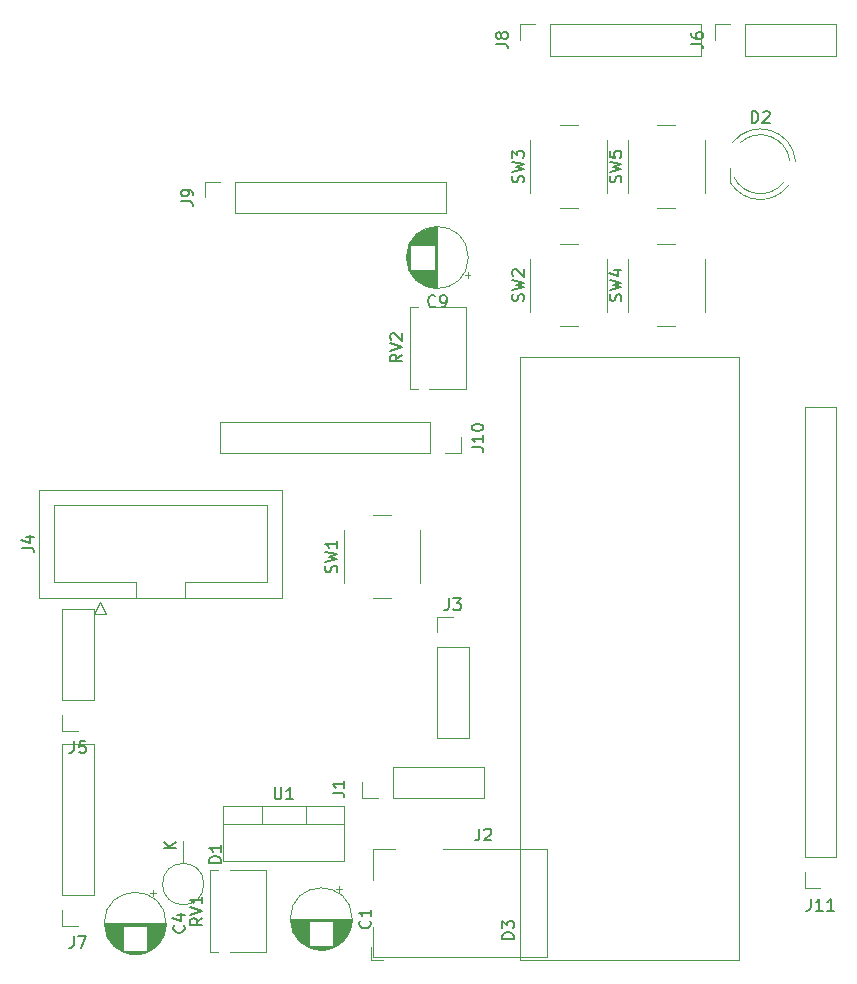
<source format=gbr>
%TF.GenerationSoftware,KiCad,Pcbnew,(6.0.7)*%
%TF.CreationDate,2022-08-22T18:42:59+08:00*%
%TF.ProjectId,TurnsCounter,5475726e-7343-46f7-956e-7465722e6b69,rev?*%
%TF.SameCoordinates,PX8d707f0PY7735940*%
%TF.FileFunction,Legend,Top*%
%TF.FilePolarity,Positive*%
%FSLAX46Y46*%
G04 Gerber Fmt 4.6, Leading zero omitted, Abs format (unit mm)*
G04 Created by KiCad (PCBNEW (6.0.7)) date 2022-08-22 18:42:59*
%MOMM*%
%LPD*%
G01*
G04 APERTURE LIST*
%ADD10C,0.150000*%
%ADD11C,0.120000*%
G04 APERTURE END LIST*
D10*
%TO.C,J10*%
X37147380Y43640477D02*
X37861666Y43640477D01*
X38004523Y43592858D01*
X38099761Y43497620D01*
X38147380Y43354762D01*
X38147380Y43259524D01*
X38147380Y44640477D02*
X38147380Y44069048D01*
X38147380Y44354762D02*
X37147380Y44354762D01*
X37290238Y44259524D01*
X37385476Y44164286D01*
X37433095Y44069048D01*
X37147380Y45259524D02*
X37147380Y45354762D01*
X37195000Y45450000D01*
X37242619Y45497620D01*
X37337857Y45545239D01*
X37528333Y45592858D01*
X37766428Y45592858D01*
X37956904Y45545239D01*
X38052142Y45497620D01*
X38099761Y45450000D01*
X38147380Y45354762D01*
X38147380Y45259524D01*
X38099761Y45164286D01*
X38052142Y45116667D01*
X37956904Y45069048D01*
X37766428Y45021429D01*
X37528333Y45021429D01*
X37337857Y45069048D01*
X37242619Y45116667D01*
X37195000Y45164286D01*
X37147380Y45259524D01*
%TO.C,J9*%
X12557380Y64436667D02*
X13271666Y64436667D01*
X13414523Y64389048D01*
X13509761Y64293810D01*
X13557380Y64150953D01*
X13557380Y64055715D01*
X13557380Y64960477D02*
X13557380Y65150953D01*
X13509761Y65246191D01*
X13462142Y65293810D01*
X13319285Y65389048D01*
X13128809Y65436667D01*
X12747857Y65436667D01*
X12652619Y65389048D01*
X12605000Y65341429D01*
X12557380Y65246191D01*
X12557380Y65055715D01*
X12605000Y64960477D01*
X12652619Y64912858D01*
X12747857Y64865239D01*
X12985952Y64865239D01*
X13081190Y64912858D01*
X13128809Y64960477D01*
X13176428Y65055715D01*
X13176428Y65246191D01*
X13128809Y65341429D01*
X13081190Y65389048D01*
X12985952Y65436667D01*
%TO.C,C9*%
X34078445Y55582858D02*
X34030826Y55535239D01*
X33887969Y55487620D01*
X33792731Y55487620D01*
X33649873Y55535239D01*
X33554635Y55630477D01*
X33507016Y55725715D01*
X33459397Y55916191D01*
X33459397Y56059048D01*
X33507016Y56249524D01*
X33554635Y56344762D01*
X33649873Y56440000D01*
X33792731Y56487620D01*
X33887969Y56487620D01*
X34030826Y56440000D01*
X34078445Y56392381D01*
X34554635Y55487620D02*
X34745112Y55487620D01*
X34840350Y55535239D01*
X34887969Y55582858D01*
X34983207Y55725715D01*
X35030826Y55916191D01*
X35030826Y56297143D01*
X34983207Y56392381D01*
X34935588Y56440000D01*
X34840350Y56487620D01*
X34649873Y56487620D01*
X34554635Y56440000D01*
X34507016Y56392381D01*
X34459397Y56297143D01*
X34459397Y56059048D01*
X34507016Y55963810D01*
X34554635Y55916191D01*
X34649873Y55868572D01*
X34840350Y55868572D01*
X34935588Y55916191D01*
X34983207Y55963810D01*
X35030826Y56059048D01*
%TO.C,J8*%
X39227380Y77771667D02*
X39941666Y77771667D01*
X40084523Y77724048D01*
X40179761Y77628810D01*
X40227380Y77485953D01*
X40227380Y77390715D01*
X39655952Y78390715D02*
X39608333Y78295477D01*
X39560714Y78247858D01*
X39465476Y78200239D01*
X39417857Y78200239D01*
X39322619Y78247858D01*
X39275000Y78295477D01*
X39227380Y78390715D01*
X39227380Y78581191D01*
X39275000Y78676429D01*
X39322619Y78724048D01*
X39417857Y78771667D01*
X39465476Y78771667D01*
X39560714Y78724048D01*
X39608333Y78676429D01*
X39655952Y78581191D01*
X39655952Y78390715D01*
X39703571Y78295477D01*
X39751190Y78247858D01*
X39846428Y78200239D01*
X40036904Y78200239D01*
X40132142Y78247858D01*
X40179761Y78295477D01*
X40227380Y78390715D01*
X40227380Y78581191D01*
X40179761Y78676429D01*
X40132142Y78724048D01*
X40036904Y78771667D01*
X39846428Y78771667D01*
X39751190Y78724048D01*
X39703571Y78676429D01*
X39655952Y78581191D01*
%TO.C,J1*%
X25374880Y14361667D02*
X26089166Y14361667D01*
X26232023Y14314048D01*
X26327261Y14218810D01*
X26374880Y14075953D01*
X26374880Y13980715D01*
X26374880Y15361667D02*
X26374880Y14790239D01*
X26374880Y15075953D02*
X25374880Y15075953D01*
X25517738Y14980715D01*
X25612976Y14885477D01*
X25660595Y14790239D01*
%TO.C,SW5*%
X49784761Y66051667D02*
X49832380Y66194524D01*
X49832380Y66432620D01*
X49784761Y66527858D01*
X49737142Y66575477D01*
X49641904Y66623096D01*
X49546666Y66623096D01*
X49451428Y66575477D01*
X49403809Y66527858D01*
X49356190Y66432620D01*
X49308571Y66242143D01*
X49260952Y66146905D01*
X49213333Y66099286D01*
X49118095Y66051667D01*
X49022857Y66051667D01*
X48927619Y66099286D01*
X48880000Y66146905D01*
X48832380Y66242143D01*
X48832380Y66480239D01*
X48880000Y66623096D01*
X48832380Y66956429D02*
X49832380Y67194524D01*
X49118095Y67385000D01*
X49832380Y67575477D01*
X48832380Y67813572D01*
X48832380Y68670715D02*
X48832380Y68194524D01*
X49308571Y68146905D01*
X49260952Y68194524D01*
X49213333Y68289762D01*
X49213333Y68527858D01*
X49260952Y68623096D01*
X49308571Y68670715D01*
X49403809Y68718334D01*
X49641904Y68718334D01*
X49737142Y68670715D01*
X49784761Y68623096D01*
X49832380Y68527858D01*
X49832380Y68289762D01*
X49784761Y68194524D01*
X49737142Y68146905D01*
%TO.C,J4*%
X-932620Y35109167D02*
X-218334Y35109167D01*
X-75477Y35061548D01*
X19761Y34966310D01*
X67380Y34823453D01*
X67380Y34728215D01*
X-599286Y36013929D02*
X67380Y36013929D01*
X-980239Y35775834D02*
X-265953Y35537739D01*
X-265953Y36156786D01*
%TO.C,J2*%
X37806666Y11340120D02*
X37806666Y10625834D01*
X37759047Y10482977D01*
X37663809Y10387739D01*
X37520952Y10340120D01*
X37425714Y10340120D01*
X38235238Y11244881D02*
X38282857Y11292500D01*
X38378095Y11340120D01*
X38616190Y11340120D01*
X38711428Y11292500D01*
X38759047Y11244881D01*
X38806666Y11149643D01*
X38806666Y11054405D01*
X38759047Y10911548D01*
X38187619Y10340120D01*
X38806666Y10340120D01*
%TO.C,C1*%
X28517142Y3528334D02*
X28564761Y3480715D01*
X28612380Y3337858D01*
X28612380Y3242620D01*
X28564761Y3099762D01*
X28469523Y3004524D01*
X28374285Y2956905D01*
X28183809Y2909286D01*
X28040952Y2909286D01*
X27850476Y2956905D01*
X27755238Y3004524D01*
X27660000Y3099762D01*
X27612380Y3242620D01*
X27612380Y3337858D01*
X27660000Y3480715D01*
X27707619Y3528334D01*
X28612380Y4480715D02*
X28612380Y3909286D01*
X28612380Y4195000D02*
X27612380Y4195000D01*
X27755238Y4099762D01*
X27850476Y4004524D01*
X27898095Y3909286D01*
%TO.C,J5*%
X3476666Y18732620D02*
X3476666Y18018334D01*
X3429047Y17875477D01*
X3333809Y17780239D01*
X3190952Y17732620D01*
X3095714Y17732620D01*
X4429047Y18732620D02*
X3952857Y18732620D01*
X3905238Y18256429D01*
X3952857Y18304048D01*
X4048095Y18351667D01*
X4286190Y18351667D01*
X4381428Y18304048D01*
X4429047Y18256429D01*
X4476666Y18161191D01*
X4476666Y17923096D01*
X4429047Y17827858D01*
X4381428Y17780239D01*
X4286190Y17732620D01*
X4048095Y17732620D01*
X3952857Y17780239D01*
X3905238Y17827858D01*
%TO.C,C4*%
X12769142Y3147334D02*
X12816761Y3099715D01*
X12864380Y2956858D01*
X12864380Y2861620D01*
X12816761Y2718762D01*
X12721523Y2623524D01*
X12626285Y2575905D01*
X12435809Y2528286D01*
X12292952Y2528286D01*
X12102476Y2575905D01*
X12007238Y2623524D01*
X11912000Y2718762D01*
X11864380Y2861620D01*
X11864380Y2956858D01*
X11912000Y3099715D01*
X11959619Y3147334D01*
X12197714Y4004477D02*
X12864380Y4004477D01*
X11816761Y3766381D02*
X12531047Y3528286D01*
X12531047Y4147334D01*
%TO.C,D3*%
X40737380Y1981905D02*
X39737380Y1981905D01*
X39737380Y2220000D01*
X39785000Y2362858D01*
X39880238Y2458096D01*
X39975476Y2505715D01*
X40165952Y2553334D01*
X40308809Y2553334D01*
X40499285Y2505715D01*
X40594523Y2458096D01*
X40689761Y2362858D01*
X40737380Y2220000D01*
X40737380Y1981905D01*
X39737380Y2886667D02*
X39737380Y3505715D01*
X40118333Y3172381D01*
X40118333Y3315239D01*
X40165952Y3410477D01*
X40213571Y3458096D01*
X40308809Y3505715D01*
X40546904Y3505715D01*
X40642142Y3458096D01*
X40689761Y3410477D01*
X40737380Y3315239D01*
X40737380Y3029524D01*
X40689761Y2934286D01*
X40642142Y2886667D01*
%TO.C,RV1*%
X14337380Y3754762D02*
X13861190Y3421429D01*
X14337380Y3183334D02*
X13337380Y3183334D01*
X13337380Y3564286D01*
X13385000Y3659524D01*
X13432619Y3707143D01*
X13527857Y3754762D01*
X13670714Y3754762D01*
X13765952Y3707143D01*
X13813571Y3659524D01*
X13861190Y3564286D01*
X13861190Y3183334D01*
X13337380Y4040477D02*
X14337380Y4373810D01*
X13337380Y4707143D01*
X14337380Y5564286D02*
X14337380Y4992858D01*
X14337380Y5278572D02*
X13337380Y5278572D01*
X13480238Y5183334D01*
X13575476Y5088096D01*
X13623095Y4992858D01*
%TO.C,J11*%
X65865476Y5397620D02*
X65865476Y4683334D01*
X65817857Y4540477D01*
X65722619Y4445239D01*
X65579761Y4397620D01*
X65484523Y4397620D01*
X66865476Y4397620D02*
X66294047Y4397620D01*
X66579761Y4397620D02*
X66579761Y5397620D01*
X66484523Y5254762D01*
X66389285Y5159524D01*
X66294047Y5111905D01*
X67817857Y4397620D02*
X67246428Y4397620D01*
X67532142Y4397620D02*
X67532142Y5397620D01*
X67436904Y5254762D01*
X67341666Y5159524D01*
X67246428Y5111905D01*
%TO.C,J7*%
X3476666Y2222620D02*
X3476666Y1508334D01*
X3429047Y1365477D01*
X3333809Y1270239D01*
X3190952Y1222620D01*
X3095714Y1222620D01*
X3857619Y2222620D02*
X4524285Y2222620D01*
X4095714Y1222620D01*
%TO.C,D1*%
X15929015Y8437905D02*
X14929015Y8437905D01*
X14929015Y8676000D01*
X14976635Y8818858D01*
X15071873Y8914096D01*
X15167111Y8961715D01*
X15357587Y9009334D01*
X15500444Y9009334D01*
X15690920Y8961715D01*
X15786158Y8914096D01*
X15881396Y8818858D01*
X15929015Y8676000D01*
X15929015Y8437905D01*
X15929015Y9961715D02*
X15929015Y9390286D01*
X15929015Y9676000D02*
X14929015Y9676000D01*
X15071873Y9580762D01*
X15167111Y9485524D01*
X15214730Y9390286D01*
X12078380Y9654096D02*
X11078380Y9654096D01*
X12078380Y10225524D02*
X11506952Y9796953D01*
X11078380Y10225524D02*
X11649809Y9654096D01*
%TO.C,D2*%
X60859904Y71094620D02*
X60859904Y72094620D01*
X61098000Y72094620D01*
X61240857Y72047000D01*
X61336095Y71951762D01*
X61383714Y71856524D01*
X61431333Y71666048D01*
X61431333Y71523191D01*
X61383714Y71332715D01*
X61336095Y71237477D01*
X61240857Y71142239D01*
X61098000Y71094620D01*
X60859904Y71094620D01*
X61812285Y71999381D02*
X61859904Y72047000D01*
X61955142Y72094620D01*
X62193238Y72094620D01*
X62288476Y72047000D01*
X62336095Y71999381D01*
X62383714Y71904143D01*
X62383714Y71808905D01*
X62336095Y71666048D01*
X61764666Y71094620D01*
X62383714Y71094620D01*
%TO.C,SW3*%
X41529761Y66051667D02*
X41577380Y66194524D01*
X41577380Y66432620D01*
X41529761Y66527858D01*
X41482142Y66575477D01*
X41386904Y66623096D01*
X41291666Y66623096D01*
X41196428Y66575477D01*
X41148809Y66527858D01*
X41101190Y66432620D01*
X41053571Y66242143D01*
X41005952Y66146905D01*
X40958333Y66099286D01*
X40863095Y66051667D01*
X40767857Y66051667D01*
X40672619Y66099286D01*
X40625000Y66146905D01*
X40577380Y66242143D01*
X40577380Y66480239D01*
X40625000Y66623096D01*
X40577380Y66956429D02*
X41577380Y67194524D01*
X40863095Y67385000D01*
X41577380Y67575477D01*
X40577380Y67813572D01*
X40577380Y68099286D02*
X40577380Y68718334D01*
X40958333Y68385000D01*
X40958333Y68527858D01*
X41005952Y68623096D01*
X41053571Y68670715D01*
X41148809Y68718334D01*
X41386904Y68718334D01*
X41482142Y68670715D01*
X41529761Y68623096D01*
X41577380Y68527858D01*
X41577380Y68242143D01*
X41529761Y68146905D01*
X41482142Y68099286D01*
%TO.C,SW4*%
X49784761Y56016667D02*
X49832380Y56159524D01*
X49832380Y56397620D01*
X49784761Y56492858D01*
X49737142Y56540477D01*
X49641904Y56588096D01*
X49546666Y56588096D01*
X49451428Y56540477D01*
X49403809Y56492858D01*
X49356190Y56397620D01*
X49308571Y56207143D01*
X49260952Y56111905D01*
X49213333Y56064286D01*
X49118095Y56016667D01*
X49022857Y56016667D01*
X48927619Y56064286D01*
X48880000Y56111905D01*
X48832380Y56207143D01*
X48832380Y56445239D01*
X48880000Y56588096D01*
X48832380Y56921429D02*
X49832380Y57159524D01*
X49118095Y57350000D01*
X49832380Y57540477D01*
X48832380Y57778572D01*
X49165714Y58588096D02*
X49832380Y58588096D01*
X48784761Y58350000D02*
X49499047Y58111905D01*
X49499047Y58730953D01*
%TO.C,SW2*%
X41529761Y56016667D02*
X41577380Y56159524D01*
X41577380Y56397620D01*
X41529761Y56492858D01*
X41482142Y56540477D01*
X41386904Y56588096D01*
X41291666Y56588096D01*
X41196428Y56540477D01*
X41148809Y56492858D01*
X41101190Y56397620D01*
X41053571Y56207143D01*
X41005952Y56111905D01*
X40958333Y56064286D01*
X40863095Y56016667D01*
X40767857Y56016667D01*
X40672619Y56064286D01*
X40625000Y56111905D01*
X40577380Y56207143D01*
X40577380Y56445239D01*
X40625000Y56588096D01*
X40577380Y56921429D02*
X41577380Y57159524D01*
X40863095Y57350000D01*
X41577380Y57540477D01*
X40577380Y57778572D01*
X40672619Y58111905D02*
X40625000Y58159524D01*
X40577380Y58254762D01*
X40577380Y58492858D01*
X40625000Y58588096D01*
X40672619Y58635715D01*
X40767857Y58683334D01*
X40863095Y58683334D01*
X41005952Y58635715D01*
X41577380Y58064286D01*
X41577380Y58683334D01*
%TO.C,RV2*%
X31247380Y51459762D02*
X30771190Y51126429D01*
X31247380Y50888334D02*
X30247380Y50888334D01*
X30247380Y51269286D01*
X30295000Y51364524D01*
X30342619Y51412143D01*
X30437857Y51459762D01*
X30580714Y51459762D01*
X30675952Y51412143D01*
X30723571Y51364524D01*
X30771190Y51269286D01*
X30771190Y50888334D01*
X30247380Y51745477D02*
X31247380Y52078810D01*
X30247380Y52412143D01*
X30342619Y52697858D02*
X30295000Y52745477D01*
X30247380Y52840715D01*
X30247380Y53078810D01*
X30295000Y53174048D01*
X30342619Y53221667D01*
X30437857Y53269286D01*
X30533095Y53269286D01*
X30675952Y53221667D01*
X31247380Y52650239D01*
X31247380Y53269286D01*
%TO.C,J6*%
X55737380Y77771667D02*
X56451666Y77771667D01*
X56594523Y77724048D01*
X56689761Y77628810D01*
X56737380Y77485953D01*
X56737380Y77390715D01*
X55737380Y78676429D02*
X55737380Y78485953D01*
X55785000Y78390715D01*
X55832619Y78343096D01*
X55975476Y78247858D01*
X56165952Y78200239D01*
X56546904Y78200239D01*
X56642142Y78247858D01*
X56689761Y78295477D01*
X56737380Y78390715D01*
X56737380Y78581191D01*
X56689761Y78676429D01*
X56642142Y78724048D01*
X56546904Y78771667D01*
X56308809Y78771667D01*
X56213571Y78724048D01*
X56165952Y78676429D01*
X56118333Y78581191D01*
X56118333Y78390715D01*
X56165952Y78295477D01*
X56213571Y78247858D01*
X56308809Y78200239D01*
%TO.C,SW1*%
X25709761Y33031667D02*
X25757380Y33174524D01*
X25757380Y33412620D01*
X25709761Y33507858D01*
X25662142Y33555477D01*
X25566904Y33603096D01*
X25471666Y33603096D01*
X25376428Y33555477D01*
X25328809Y33507858D01*
X25281190Y33412620D01*
X25233571Y33222143D01*
X25185952Y33126905D01*
X25138333Y33079286D01*
X25043095Y33031667D01*
X24947857Y33031667D01*
X24852619Y33079286D01*
X24805000Y33126905D01*
X24757380Y33222143D01*
X24757380Y33460239D01*
X24805000Y33603096D01*
X24757380Y33936429D02*
X25757380Y34174524D01*
X25043095Y34365000D01*
X25757380Y34555477D01*
X24757380Y34793572D01*
X25757380Y35698334D02*
X25757380Y35126905D01*
X25757380Y35412620D02*
X24757380Y35412620D01*
X24900238Y35317381D01*
X24995476Y35222143D01*
X25043095Y35126905D01*
%TO.C,J3*%
X35226666Y30817620D02*
X35226666Y30103334D01*
X35179047Y29960477D01*
X35083809Y29865239D01*
X34940952Y29817620D01*
X34845714Y29817620D01*
X35607619Y30817620D02*
X36226666Y30817620D01*
X35893333Y30436667D01*
X36036190Y30436667D01*
X36131428Y30389048D01*
X36179047Y30341429D01*
X36226666Y30246191D01*
X36226666Y30008096D01*
X36179047Y29912858D01*
X36131428Y29865239D01*
X36036190Y29817620D01*
X35750476Y29817620D01*
X35655238Y29865239D01*
X35607619Y29912858D01*
%TO.C,U1*%
X20473095Y14817620D02*
X20473095Y14008096D01*
X20520714Y13912858D01*
X20568333Y13865239D01*
X20663571Y13817620D01*
X20854047Y13817620D01*
X20949285Y13865239D01*
X20996904Y13912858D01*
X21044523Y14008096D01*
X21044523Y14817620D01*
X22044523Y13817620D02*
X21473095Y13817620D01*
X21758809Y13817620D02*
X21758809Y14817620D01*
X21663571Y14674762D01*
X21568333Y14579524D01*
X21473095Y14531905D01*
D11*
%TO.C,J10*%
X33655000Y45780000D02*
X15815000Y45780000D01*
X15815000Y45780000D02*
X15815000Y43120000D01*
X33655000Y45780000D02*
X33655000Y43120000D01*
X33655000Y43120000D02*
X15815000Y43120000D01*
X36255000Y43120000D02*
X34925000Y43120000D01*
X36255000Y44450000D02*
X36255000Y43120000D01*
%TO.C,J9*%
X14545000Y66100000D02*
X15875000Y66100000D01*
X14545000Y64770000D02*
X14545000Y66100000D01*
X17145000Y66100000D02*
X34985000Y66100000D01*
X34985000Y63440000D02*
X34985000Y66100000D01*
X17145000Y63440000D02*
X17145000Y66100000D01*
X17145000Y63440000D02*
X34985000Y63440000D01*
%TO.C,C9*%
X33965112Y60730000D02*
X33965112Y62255000D01*
X32084112Y58247000D02*
X32084112Y58650000D01*
X32684112Y60730000D02*
X32684112Y61755000D01*
X33484112Y57222000D02*
X33484112Y58650000D01*
X33484112Y60730000D02*
X33484112Y62158000D01*
X31644112Y59406000D02*
X31644112Y59974000D01*
X33004112Y60730000D02*
X33004112Y61958000D01*
X33204112Y60730000D02*
X33204112Y62055000D01*
X33685112Y60730000D02*
X33685112Y62210000D01*
X32244112Y60730000D02*
X32244112Y61343000D01*
X33124112Y60730000D02*
X33124112Y62019000D01*
X32644112Y60730000D02*
X32644112Y61725000D01*
X33044112Y60730000D02*
X33044112Y61980000D01*
X33885112Y57134000D02*
X33885112Y58650000D01*
X32724112Y60730000D02*
X32724112Y61785000D01*
X33725112Y60730000D02*
X33725112Y62218000D01*
X34165112Y57111000D02*
X34165112Y62269000D01*
X33124112Y57361000D02*
X33124112Y58650000D01*
X32484112Y57789000D02*
X32484112Y58650000D01*
X34085112Y57114000D02*
X34085112Y62266000D01*
X32404112Y57864000D02*
X32404112Y58650000D01*
X34125112Y57112000D02*
X34125112Y62268000D01*
X32884112Y57490000D02*
X32884112Y58650000D01*
X33244112Y60730000D02*
X33244112Y62072000D01*
X32284112Y60730000D02*
X32284112Y61389000D01*
X32524112Y60730000D02*
X32524112Y61627000D01*
X33805112Y60730000D02*
X33805112Y62233000D01*
X33284112Y60730000D02*
X33284112Y62088000D01*
X32044112Y58307000D02*
X32044112Y58650000D01*
X32484112Y60730000D02*
X32484112Y61591000D01*
X33404112Y60730000D02*
X33404112Y62132000D01*
X32804112Y57541000D02*
X32804112Y58650000D01*
X34005112Y57121000D02*
X34005112Y58650000D01*
X31884112Y58592000D02*
X31884112Y60788000D01*
X32964112Y60730000D02*
X32964112Y61937000D01*
X33244112Y57308000D02*
X33244112Y58650000D01*
X31964112Y60730000D02*
X31964112Y60941000D01*
X32364112Y57905000D02*
X32364112Y58650000D01*
X32764112Y60730000D02*
X32764112Y61812000D01*
X33725112Y57162000D02*
X33725112Y58650000D01*
X32404112Y60730000D02*
X32404112Y61516000D01*
X32444112Y57826000D02*
X32444112Y58650000D01*
X33925112Y57129000D02*
X33925112Y58650000D01*
X33925112Y60730000D02*
X33925112Y62251000D01*
X33164112Y60730000D02*
X33164112Y62038000D01*
X32164112Y58136000D02*
X32164112Y58650000D01*
X33645112Y57179000D02*
X33645112Y58650000D01*
X32084112Y60730000D02*
X32084112Y61133000D01*
X31844112Y58679000D02*
X31844112Y60701000D01*
X33004112Y57422000D02*
X33004112Y58650000D01*
X32684112Y57625000D02*
X32684112Y58650000D01*
X33044112Y57400000D02*
X33044112Y58650000D01*
X32324112Y60730000D02*
X32324112Y61433000D01*
X32604112Y60730000D02*
X32604112Y61694000D01*
X31684112Y59172000D02*
X31684112Y60208000D01*
X33164112Y57342000D02*
X33164112Y58650000D01*
X33565112Y60730000D02*
X33565112Y62181000D01*
X33605112Y57189000D02*
X33605112Y58650000D01*
X34005112Y60730000D02*
X34005112Y62259000D01*
X32364112Y60730000D02*
X32364112Y61475000D01*
X32924112Y60730000D02*
X32924112Y61914000D01*
X31804112Y58775000D02*
X31804112Y60605000D01*
X32844112Y60730000D02*
X32844112Y61865000D01*
X32964112Y57443000D02*
X32964112Y58650000D01*
X33444112Y60730000D02*
X33444112Y62145000D01*
X33444112Y57235000D02*
X33444112Y58650000D01*
X32204112Y60730000D02*
X32204112Y61295000D01*
X34245112Y57110000D02*
X34245112Y62270000D01*
X33765112Y57154000D02*
X33765112Y58650000D01*
X32004112Y60730000D02*
X32004112Y61009000D01*
X36799887Y57965000D02*
X36799887Y58465000D01*
X33364112Y57262000D02*
X33364112Y58650000D01*
X33084112Y57380000D02*
X33084112Y58650000D01*
X33845112Y60730000D02*
X33845112Y62240000D01*
X33965112Y57125000D02*
X33965112Y58650000D01*
X33324112Y60730000D02*
X33324112Y62104000D01*
X32844112Y57515000D02*
X32844112Y58650000D01*
X33645112Y60730000D02*
X33645112Y62201000D01*
X33084112Y60730000D02*
X33084112Y62000000D01*
X31724112Y59013000D02*
X31724112Y60367000D01*
X32524112Y57753000D02*
X32524112Y58650000D01*
X37049887Y58215000D02*
X36549887Y58215000D01*
X33845112Y57140000D02*
X33845112Y58650000D01*
X32284112Y57991000D02*
X32284112Y58650000D01*
X32764112Y57568000D02*
X32764112Y58650000D01*
X33605112Y60730000D02*
X33605112Y62191000D01*
X31764112Y58885000D02*
X31764112Y60495000D01*
X31964112Y58439000D02*
X31964112Y58650000D01*
X32444112Y60730000D02*
X32444112Y61554000D01*
X33524112Y60730000D02*
X33524112Y62170000D01*
X33765112Y60730000D02*
X33765112Y62226000D01*
X32044112Y60730000D02*
X32044112Y61073000D01*
X32004112Y58371000D02*
X32004112Y58650000D01*
X32724112Y57595000D02*
X32724112Y58650000D01*
X32604112Y57686000D02*
X32604112Y58650000D01*
X33404112Y57248000D02*
X33404112Y58650000D01*
X32124112Y58190000D02*
X32124112Y58650000D01*
X31924112Y58512000D02*
X31924112Y60868000D01*
X34045112Y57117000D02*
X34045112Y62263000D01*
X32924112Y57466000D02*
X32924112Y58650000D01*
X32124112Y60730000D02*
X32124112Y61190000D01*
X33685112Y57170000D02*
X33685112Y58650000D01*
X33204112Y57325000D02*
X33204112Y58650000D01*
X32644112Y57655000D02*
X32644112Y58650000D01*
X34205112Y57110000D02*
X34205112Y62270000D01*
X32324112Y57947000D02*
X32324112Y58650000D01*
X33524112Y57210000D02*
X33524112Y58650000D01*
X32564112Y60730000D02*
X32564112Y61661000D01*
X32884112Y60730000D02*
X32884112Y61890000D01*
X33284112Y57292000D02*
X33284112Y58650000D01*
X33324112Y57276000D02*
X33324112Y58650000D01*
X33364112Y60730000D02*
X33364112Y62118000D01*
X33885112Y60730000D02*
X33885112Y62246000D01*
X32244112Y58037000D02*
X32244112Y58650000D01*
X33805112Y57147000D02*
X33805112Y58650000D01*
X32204112Y58085000D02*
X32204112Y58650000D01*
X32804112Y60730000D02*
X32804112Y61839000D01*
X33565112Y57199000D02*
X33565112Y58650000D01*
X32564112Y57719000D02*
X32564112Y58650000D01*
X32164112Y60730000D02*
X32164112Y61244000D01*
X36865112Y59690000D02*
G75*
G03*
X36865112Y59690000I-2620000J0D01*
G01*
%TO.C,J8*%
X56575000Y76775000D02*
X56575000Y79435000D01*
X43815000Y76775000D02*
X43815000Y79435000D01*
X43815000Y79435000D02*
X56575000Y79435000D01*
X41215000Y79435000D02*
X42545000Y79435000D01*
X43815000Y76775000D02*
X56575000Y76775000D01*
X41215000Y78105000D02*
X41215000Y79435000D01*
%TO.C,J1*%
X38160000Y13910000D02*
X38160000Y16570000D01*
X30480000Y16570000D02*
X38160000Y16570000D01*
X29210000Y13910000D02*
X27880000Y13910000D01*
X30480000Y13910000D02*
X38160000Y13910000D01*
X30480000Y13910000D02*
X30480000Y16570000D01*
X27880000Y13910000D02*
X27880000Y15240000D01*
%TO.C,SW5*%
X54380000Y70885000D02*
X52880000Y70885000D01*
X56880000Y65135000D02*
X56880000Y69635000D01*
X50380000Y69635000D02*
X50380000Y65135000D01*
X52880000Y63885000D02*
X54380000Y63885000D01*
%TO.C,J4*%
X21085000Y30882500D02*
X505000Y30882500D01*
X12845000Y32192500D02*
X12845000Y30882500D01*
X19785000Y38692500D02*
X19785000Y32192500D01*
X8745000Y32192500D02*
X1805000Y32192500D01*
X5215000Y29492500D02*
X6215000Y29492500D01*
X21085000Y40002500D02*
X21085000Y30882500D01*
X1805000Y38692500D02*
X19785000Y38692500D01*
X6215000Y29492500D02*
X5715000Y30492500D01*
X5715000Y30492500D02*
X5215000Y29492500D01*
X8745000Y30882500D02*
X8745000Y32192500D01*
X1805000Y32192500D02*
X1805000Y38692500D01*
X19785000Y32192500D02*
X12845000Y32192500D01*
X505000Y30882500D02*
X505000Y40002500D01*
X12845000Y32192500D02*
X12845000Y32192500D01*
X505000Y40002500D02*
X21085000Y40002500D01*
%TO.C,J2*%
X28790000Y442500D02*
X28790000Y3042500D01*
X43490000Y9642500D02*
X43490000Y442500D01*
X28590000Y1292500D02*
X28590000Y242500D01*
X28790000Y9642500D02*
X30690000Y9642500D01*
X28790000Y6942500D02*
X28790000Y9642500D01*
X43490000Y442500D02*
X28790000Y442500D01*
X34690000Y9642500D02*
X43490000Y9642500D01*
X29640000Y242500D02*
X28590000Y242500D01*
%TO.C,C1*%
X26901000Y3015000D02*
X25450000Y3015000D01*
X26347000Y1974000D02*
X25450000Y1974000D01*
X26979000Y3455000D02*
X25450000Y3455000D01*
X26634000Y2374000D02*
X25450000Y2374000D01*
X26739000Y2574000D02*
X25450000Y2574000D01*
X23370000Y3175000D02*
X21882000Y3175000D01*
X26559000Y2254000D02*
X25450000Y2254000D01*
X23370000Y2814000D02*
X21982000Y2814000D01*
X26720000Y2534000D02*
X25450000Y2534000D01*
X26475000Y2134000D02*
X25450000Y2134000D01*
X23370000Y2494000D02*
X22120000Y2494000D01*
X26852000Y2854000D02*
X25450000Y2854000D01*
X23370000Y2134000D02*
X22345000Y2134000D01*
X23370000Y1654000D02*
X22805000Y1654000D01*
X23370000Y3375000D02*
X21849000Y3375000D01*
X23370000Y3295000D02*
X21860000Y3295000D01*
X26966000Y3335000D02*
X25450000Y3335000D01*
X23370000Y2254000D02*
X22261000Y2254000D01*
X25853000Y1534000D02*
X25450000Y1534000D01*
X26610000Y2334000D02*
X25450000Y2334000D01*
X23370000Y3215000D02*
X21874000Y3215000D01*
X26381000Y2014000D02*
X25450000Y2014000D01*
X25421000Y1294000D02*
X23399000Y1294000D01*
X23370000Y2574000D02*
X22081000Y2574000D01*
X24928000Y1134000D02*
X23892000Y1134000D01*
X26311000Y1934000D02*
X25450000Y1934000D01*
X26838000Y2814000D02*
X25450000Y2814000D01*
X23370000Y1614000D02*
X22856000Y1614000D01*
X26505000Y2174000D02*
X25450000Y2174000D01*
X23370000Y1574000D02*
X22910000Y1574000D01*
X25910000Y1574000D02*
X25450000Y1574000D01*
X26015000Y1654000D02*
X25450000Y1654000D01*
X26986000Y3535000D02*
X21834000Y3535000D01*
X26989000Y3615000D02*
X21831000Y3615000D01*
X26921000Y3095000D02*
X25450000Y3095000D01*
X23370000Y1694000D02*
X22757000Y1694000D01*
X23370000Y2934000D02*
X21942000Y2934000D01*
X23370000Y2334000D02*
X22210000Y2334000D01*
X23370000Y2694000D02*
X22028000Y2694000D01*
X23370000Y2894000D02*
X21955000Y2894000D01*
X26445000Y2094000D02*
X25450000Y2094000D01*
X25885000Y6499775D02*
X25885000Y5999775D01*
X23370000Y3415000D02*
X21845000Y3415000D01*
X26063000Y1694000D02*
X25450000Y1694000D01*
X23370000Y2974000D02*
X21930000Y2974000D01*
X23370000Y1534000D02*
X22967000Y1534000D01*
X26946000Y3215000D02*
X25450000Y3215000D01*
X26938000Y3175000D02*
X25450000Y3175000D01*
X26990000Y3695000D02*
X21830000Y3695000D01*
X23370000Y2374000D02*
X22186000Y2374000D01*
X24694000Y1094000D02*
X24126000Y1094000D01*
X23370000Y2174000D02*
X22315000Y2174000D01*
X26274000Y1894000D02*
X25450000Y1894000D01*
X25508000Y1334000D02*
X23312000Y1334000D01*
X23370000Y3055000D02*
X21909000Y3055000D01*
X26911000Y3055000D02*
X25450000Y3055000D01*
X26153000Y1774000D02*
X25450000Y1774000D01*
X23370000Y1454000D02*
X23091000Y1454000D01*
X23370000Y3455000D02*
X21841000Y3455000D01*
X26953000Y3255000D02*
X25450000Y3255000D01*
X26988000Y3575000D02*
X21832000Y3575000D01*
X26700000Y2494000D02*
X25450000Y2494000D01*
X25729000Y1454000D02*
X25450000Y1454000D01*
X23370000Y2614000D02*
X22062000Y2614000D01*
X26678000Y2454000D02*
X25450000Y2454000D01*
X23370000Y3015000D02*
X21919000Y3015000D01*
X26960000Y3295000D02*
X25450000Y3295000D01*
X23370000Y1934000D02*
X22509000Y1934000D01*
X23370000Y1974000D02*
X22473000Y1974000D01*
X26414000Y2054000D02*
X25450000Y2054000D01*
X26990000Y3655000D02*
X21830000Y3655000D01*
X25793000Y1494000D02*
X25450000Y1494000D01*
X23370000Y3255000D02*
X21867000Y3255000D01*
X23370000Y1774000D02*
X22667000Y1774000D01*
X23370000Y2854000D02*
X21968000Y2854000D01*
X23370000Y1414000D02*
X23159000Y1414000D01*
X23370000Y2094000D02*
X22375000Y2094000D01*
X26983000Y3495000D02*
X21837000Y3495000D01*
X25087000Y1174000D02*
X23733000Y1174000D01*
X23370000Y3135000D02*
X21890000Y3135000D01*
X23370000Y1814000D02*
X22625000Y1814000D01*
X26758000Y2614000D02*
X25450000Y2614000D01*
X23370000Y2534000D02*
X22100000Y2534000D01*
X25588000Y1374000D02*
X23232000Y1374000D01*
X25964000Y1614000D02*
X25450000Y1614000D01*
X26792000Y2694000D02*
X25450000Y2694000D01*
X26975000Y3415000D02*
X25450000Y3415000D01*
X26657000Y2414000D02*
X25450000Y2414000D01*
X26824000Y2774000D02*
X25450000Y2774000D01*
X26878000Y2934000D02*
X25450000Y2934000D01*
X26585000Y2294000D02*
X25450000Y2294000D01*
X25215000Y1214000D02*
X23605000Y1214000D01*
X26135000Y6249775D02*
X25635000Y6249775D01*
X25325000Y1254000D02*
X23495000Y1254000D01*
X23370000Y2734000D02*
X22012000Y2734000D01*
X26971000Y3375000D02*
X25450000Y3375000D01*
X23370000Y2014000D02*
X22439000Y2014000D01*
X23370000Y2654000D02*
X22045000Y2654000D01*
X23370000Y2414000D02*
X22163000Y2414000D01*
X26109000Y1734000D02*
X25450000Y1734000D01*
X26775000Y2654000D02*
X25450000Y2654000D01*
X23370000Y2294000D02*
X22235000Y2294000D01*
X23370000Y2214000D02*
X22288000Y2214000D01*
X23370000Y1734000D02*
X22711000Y1734000D01*
X26808000Y2734000D02*
X25450000Y2734000D01*
X23370000Y1854000D02*
X22584000Y1854000D01*
X23370000Y1494000D02*
X23027000Y1494000D01*
X23370000Y2774000D02*
X21996000Y2774000D01*
X26865000Y2894000D02*
X25450000Y2894000D01*
X26532000Y2214000D02*
X25450000Y2214000D01*
X23370000Y3335000D02*
X21854000Y3335000D01*
X26195000Y1814000D02*
X25450000Y1814000D01*
X26236000Y1854000D02*
X25450000Y1854000D01*
X23370000Y3095000D02*
X21899000Y3095000D01*
X26930000Y3135000D02*
X25450000Y3135000D01*
X23370000Y1894000D02*
X22546000Y1894000D01*
X26890000Y2974000D02*
X25450000Y2974000D01*
X23370000Y2454000D02*
X22142000Y2454000D01*
X23370000Y2054000D02*
X22406000Y2054000D01*
X25661000Y1414000D02*
X25450000Y1414000D01*
X27030000Y3695000D02*
G75*
G03*
X27030000Y3695000I-2620000J0D01*
G01*
%TO.C,J5*%
X5140000Y22225000D02*
X2480000Y22225000D01*
X3810000Y19625000D02*
X2480000Y19625000D01*
X2480000Y22225000D02*
X2480000Y29905000D01*
X2480000Y19625000D02*
X2480000Y20955000D01*
X5140000Y29905000D02*
X2480000Y29905000D01*
X5140000Y22225000D02*
X5140000Y29905000D01*
%TO.C,C4*%
X9913000Y1033000D02*
X9702000Y1033000D01*
X7622000Y1673000D02*
X6658000Y1673000D01*
X7622000Y3034000D02*
X6097000Y3034000D01*
X7622000Y2073000D02*
X6394000Y2073000D01*
X7622000Y1553000D02*
X6761000Y1553000D01*
X10405000Y1393000D02*
X9702000Y1393000D01*
X7622000Y1913000D02*
X6487000Y1913000D01*
X10811000Y1873000D02*
X9702000Y1873000D01*
X9981000Y1073000D02*
X9702000Y1073000D01*
X7622000Y1753000D02*
X6597000Y1753000D01*
X7622000Y2233000D02*
X6314000Y2233000D01*
X7622000Y1953000D02*
X6462000Y1953000D01*
X7622000Y3074000D02*
X6093000Y3074000D01*
X7622000Y1993000D02*
X6438000Y1993000D01*
X7622000Y1313000D02*
X7009000Y1313000D01*
X10315000Y1313000D02*
X9702000Y1313000D01*
X10488000Y1473000D02*
X9702000Y1473000D01*
X11205000Y2874000D02*
X9702000Y2874000D01*
X11173000Y2714000D02*
X9702000Y2714000D01*
X10361000Y1353000D02*
X9702000Y1353000D01*
X7622000Y2353000D02*
X6264000Y2353000D01*
X8946000Y713000D02*
X8378000Y713000D01*
X7622000Y2513000D02*
X6207000Y2513000D01*
X10447000Y1433000D02*
X9702000Y1433000D01*
X11190000Y2794000D02*
X9702000Y2794000D01*
X10837000Y1913000D02*
X9702000Y1913000D01*
X7622000Y2553000D02*
X6194000Y2553000D01*
X11240000Y3194000D02*
X6084000Y3194000D01*
X7622000Y1153000D02*
X7219000Y1153000D01*
X7622000Y2193000D02*
X6333000Y2193000D01*
X7622000Y1873000D02*
X6513000Y1873000D01*
X11117000Y2513000D02*
X9702000Y2513000D01*
X10952000Y2113000D02*
X9702000Y2113000D01*
X7622000Y1433000D02*
X6877000Y1433000D01*
X10991000Y2193000D02*
X9702000Y2193000D01*
X11242000Y3274000D02*
X6082000Y3274000D01*
X7622000Y2834000D02*
X6126000Y2834000D01*
X9673000Y913000D02*
X7651000Y913000D01*
X11010000Y2233000D02*
X9702000Y2233000D01*
X7622000Y2634000D02*
X6171000Y2634000D01*
X7622000Y1273000D02*
X7057000Y1273000D01*
X7622000Y2273000D02*
X6297000Y2273000D01*
X11027000Y2273000D02*
X9702000Y2273000D01*
X10633000Y1633000D02*
X9702000Y1633000D01*
X7622000Y2794000D02*
X6134000Y2794000D01*
X10105000Y1153000D02*
X9702000Y1153000D01*
X10930000Y2073000D02*
X9702000Y2073000D01*
X10387000Y5868775D02*
X9887000Y5868775D01*
X7622000Y2313000D02*
X6280000Y2313000D01*
X7622000Y1393000D02*
X6919000Y1393000D01*
X9760000Y953000D02*
X7564000Y953000D01*
X7622000Y2754000D02*
X6142000Y2754000D01*
X7622000Y1593000D02*
X6725000Y1593000D01*
X11104000Y2473000D02*
X9702000Y2473000D01*
X7622000Y1713000D02*
X6627000Y1713000D01*
X11182000Y2754000D02*
X9702000Y2754000D01*
X7622000Y1513000D02*
X6798000Y1513000D01*
X7622000Y1193000D02*
X7162000Y1193000D01*
X11235000Y3114000D02*
X6089000Y3114000D01*
X11241000Y3234000D02*
X6083000Y3234000D01*
X7622000Y1473000D02*
X6836000Y1473000D01*
X11198000Y2834000D02*
X9702000Y2834000D01*
X10267000Y1273000D02*
X9702000Y1273000D01*
X7622000Y1233000D02*
X7108000Y1233000D01*
X11223000Y2994000D02*
X9702000Y2994000D01*
X10784000Y1833000D02*
X9702000Y1833000D01*
X10563000Y1553000D02*
X9702000Y1553000D01*
X7622000Y2994000D02*
X6101000Y2994000D01*
X7622000Y2113000D02*
X6372000Y2113000D01*
X7622000Y1113000D02*
X7279000Y1113000D01*
X10697000Y1713000D02*
X9702000Y1713000D01*
X11238000Y3154000D02*
X6086000Y3154000D01*
X7622000Y1073000D02*
X7343000Y1073000D01*
X9339000Y793000D02*
X7985000Y793000D01*
X7622000Y2593000D02*
X6182000Y2593000D01*
X11090000Y2433000D02*
X9702000Y2433000D01*
X10909000Y2033000D02*
X9702000Y2033000D01*
X11242000Y3314000D02*
X6082000Y3314000D01*
X7622000Y2153000D02*
X6352000Y2153000D01*
X10526000Y1513000D02*
X9702000Y1513000D01*
X11130000Y2553000D02*
X9702000Y2553000D01*
X11163000Y2674000D02*
X9702000Y2674000D01*
X10162000Y1193000D02*
X9702000Y1193000D01*
X7622000Y1633000D02*
X6691000Y1633000D01*
X11142000Y2593000D02*
X9702000Y2593000D01*
X7622000Y2954000D02*
X6106000Y2954000D01*
X11227000Y3034000D02*
X9702000Y3034000D01*
X7622000Y2473000D02*
X6220000Y2473000D01*
X7622000Y2874000D02*
X6119000Y2874000D01*
X7622000Y2393000D02*
X6248000Y2393000D01*
X7622000Y2714000D02*
X6151000Y2714000D01*
X7622000Y1833000D02*
X6540000Y1833000D01*
X9577000Y873000D02*
X7747000Y873000D01*
X10757000Y1793000D02*
X9702000Y1793000D01*
X11153000Y2634000D02*
X9702000Y2634000D01*
X11212000Y2914000D02*
X9702000Y2914000D01*
X10599000Y1593000D02*
X9702000Y1593000D01*
X11044000Y2313000D02*
X9702000Y2313000D01*
X11218000Y2954000D02*
X9702000Y2954000D01*
X10216000Y1233000D02*
X9702000Y1233000D01*
X9840000Y993000D02*
X7484000Y993000D01*
X10137000Y6118775D02*
X10137000Y5618775D01*
X10862000Y1953000D02*
X9702000Y1953000D01*
X11231000Y3074000D02*
X9702000Y3074000D01*
X11060000Y2353000D02*
X9702000Y2353000D01*
X7622000Y2033000D02*
X6415000Y2033000D01*
X10727000Y1753000D02*
X9702000Y1753000D01*
X9467000Y833000D02*
X7857000Y833000D01*
X7622000Y2674000D02*
X6161000Y2674000D01*
X10972000Y2153000D02*
X9702000Y2153000D01*
X7622000Y1793000D02*
X6567000Y1793000D01*
X10886000Y1993000D02*
X9702000Y1993000D01*
X11076000Y2393000D02*
X9702000Y2393000D01*
X10666000Y1673000D02*
X9702000Y1673000D01*
X7622000Y2433000D02*
X6234000Y2433000D01*
X7622000Y1353000D02*
X6963000Y1353000D01*
X7622000Y2914000D02*
X6112000Y2914000D01*
X10045000Y1113000D02*
X9702000Y1113000D01*
X7622000Y1033000D02*
X7411000Y1033000D01*
X9180000Y753000D02*
X8144000Y753000D01*
X11282000Y3314000D02*
G75*
G03*
X11282000Y3314000I-2620000J0D01*
G01*
%TO.C,D3*%
X41285000Y220000D02*
X41285000Y51220000D01*
X59785000Y220000D02*
X41285000Y220000D01*
X59785000Y51220000D02*
X59785000Y220000D01*
X41285000Y51220000D02*
X59785000Y51220000D01*
%TO.C,RV1*%
X19755000Y875000D02*
X19755000Y7825000D01*
X16650000Y7825000D02*
X19755000Y7825000D01*
X16650000Y875000D02*
X19755000Y875000D01*
X15015000Y7825000D02*
X15660000Y7825000D01*
X15015000Y875000D02*
X15015000Y7825000D01*
X15015000Y875000D02*
X15660000Y875000D01*
%TO.C,J11*%
X68005000Y8890000D02*
X65345000Y8890000D01*
X65345000Y8890000D02*
X65345000Y47050000D01*
X66675000Y6290000D02*
X65345000Y6290000D01*
X68005000Y8890000D02*
X68005000Y47050000D01*
X68005000Y47050000D02*
X65345000Y47050000D01*
X65345000Y6290000D02*
X65345000Y7620000D01*
%TO.C,J7*%
X5140000Y18475000D02*
X2480000Y18475000D01*
X2480000Y3115000D02*
X2480000Y4445000D01*
X5140000Y5715000D02*
X5140000Y18475000D01*
X5140000Y5715000D02*
X2480000Y5715000D01*
X2480000Y5715000D02*
X2480000Y18475000D01*
X3810000Y3115000D02*
X2480000Y3115000D01*
%TO.C,D1*%
X12726000Y8386635D02*
X12726000Y10316000D01*
X14476635Y6636000D02*
G75*
G03*
X14476635Y6636000I-1750635J0D01*
G01*
%TO.C,D2*%
X59038000Y67287812D02*
X59038000Y66042000D01*
X64574836Y67845216D02*
G75*
G03*
X59213000Y69387000I-2976836J-258216D01*
G01*
X59343316Y66507000D02*
G75*
G03*
X63557086Y66033944I2254684J1080000D01*
G01*
X59038000Y66042170D02*
G75*
G03*
X63989334Y65792113I2560000J1544830D01*
G01*
X64078090Y67873421D02*
G75*
G03*
X59845401Y69364999I-2480090J-286421D01*
G01*
%TO.C,SW3*%
X48625000Y65135000D02*
X48625000Y69635000D01*
X46125000Y70885000D02*
X44625000Y70885000D01*
X42125000Y69635000D02*
X42125000Y65135000D01*
X44625000Y63885000D02*
X46125000Y63885000D01*
%TO.C,SW4*%
X50380000Y59600000D02*
X50380000Y55100000D01*
X54380000Y60850000D02*
X52880000Y60850000D01*
X52880000Y53850000D02*
X54380000Y53850000D01*
X56880000Y55100000D02*
X56880000Y59600000D01*
%TO.C,SW2*%
X46125000Y60850000D02*
X44625000Y60850000D01*
X44625000Y53850000D02*
X46125000Y53850000D01*
X48625000Y55100000D02*
X48625000Y59600000D01*
X42125000Y59600000D02*
X42125000Y55100000D01*
%TO.C,RV2*%
X33560000Y48580000D02*
X36665000Y48580000D01*
X31925000Y55530000D02*
X32570000Y55530000D01*
X36665000Y48580000D02*
X36665000Y55530000D01*
X31925000Y48580000D02*
X31925000Y55530000D01*
X31925000Y48580000D02*
X32570000Y48580000D01*
X33560000Y55530000D02*
X36665000Y55530000D01*
%TO.C,J6*%
X57725000Y78105000D02*
X57725000Y79435000D01*
X60325000Y76775000D02*
X68005000Y76775000D01*
X60325000Y76775000D02*
X60325000Y79435000D01*
X57725000Y79435000D02*
X59055000Y79435000D01*
X60325000Y79435000D02*
X68005000Y79435000D01*
X68005000Y76775000D02*
X68005000Y79435000D01*
%TO.C,SW1*%
X28805000Y30865000D02*
X30305000Y30865000D01*
X32805000Y32115000D02*
X32805000Y36615000D01*
X30305000Y37865000D02*
X28805000Y37865000D01*
X26305000Y36615000D02*
X26305000Y32115000D01*
%TO.C,J3*%
X36890000Y26670000D02*
X36890000Y18990000D01*
X34230000Y26670000D02*
X34230000Y18990000D01*
X34230000Y26670000D02*
X36890000Y26670000D01*
X34230000Y27940000D02*
X34230000Y29270000D01*
X34230000Y29270000D02*
X35560000Y29270000D01*
X34230000Y18990000D02*
X36890000Y18990000D01*
%TO.C,U1*%
X19385000Y13270000D02*
X19385000Y11760000D01*
X16115000Y13270000D02*
X26355000Y13270000D01*
X26355000Y13270000D02*
X26355000Y8629000D01*
X16115000Y11760000D02*
X26355000Y11760000D01*
X16115000Y8629000D02*
X26355000Y8629000D01*
X23086000Y13270000D02*
X23086000Y11760000D01*
X16115000Y13270000D02*
X16115000Y8629000D01*
%TD*%
M02*

</source>
